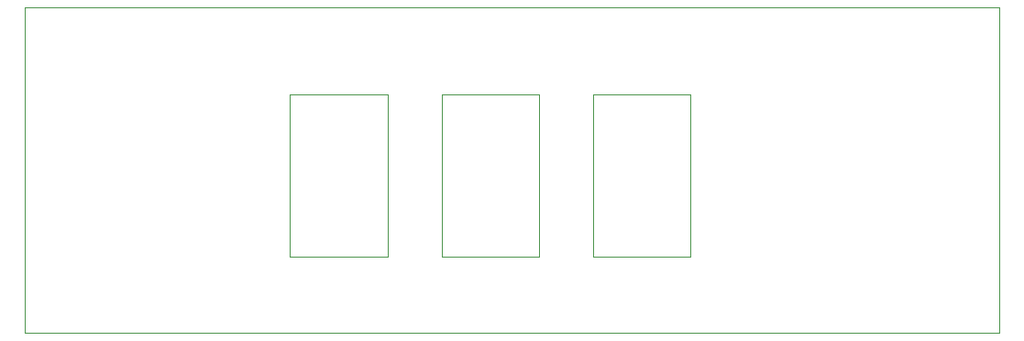
<source format=gbr>
%TF.GenerationSoftware,KiCad,Pcbnew,8.0.8*%
%TF.CreationDate,2025-01-30T12:00:52+07:00*%
%TF.ProjectId,CH170_FrontPanel,43483137-305f-4467-926f-6e7450616e65,rev?*%
%TF.SameCoordinates,Original*%
%TF.FileFunction,Profile,NP*%
%FSLAX46Y46*%
G04 Gerber Fmt 4.6, Leading zero omitted, Abs format (unit mm)*
G04 Created by KiCad (PCBNEW 8.0.8) date 2025-01-30 12:00:52*
%MOMM*%
%LPD*%
G01*
G04 APERTURE LIST*
%TA.AperFunction,Profile*%
%ADD10C,0.050000*%
%TD*%
G04 APERTURE END LIST*
D10*
X130842000Y-88236000D02*
X139842000Y-88236000D01*
X139842000Y-103236000D01*
X130842000Y-103236000D01*
X130842000Y-88236000D01*
X158853000Y-88237000D02*
X167853000Y-88237000D01*
X167853000Y-103237000D01*
X158853000Y-103237000D01*
X158853000Y-88237000D01*
X144853000Y-88237000D02*
X153853000Y-88237000D01*
X153853000Y-103237000D01*
X144853000Y-103237000D01*
X144853000Y-88237000D01*
X106342000Y-80236000D02*
X196342000Y-80236000D01*
X196342000Y-110236000D01*
X106342000Y-110236000D01*
X106342000Y-80236000D01*
M02*

</source>
